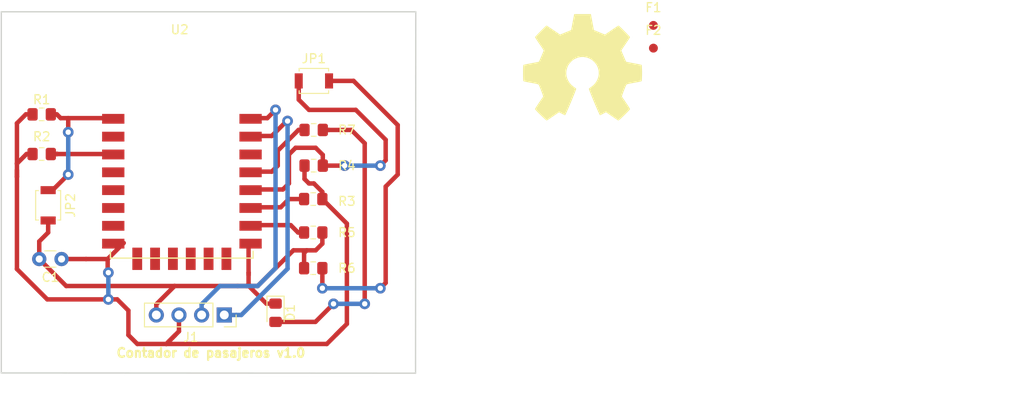
<source format=kicad_pcb>
(kicad_pcb (version 20171130) (host pcbnew "(5.0.0)")

  (general
    (thickness 1.6)
    (drawings 8)
    (tracks 143)
    (zones 0)
    (modules 20)
    (nets 25)
  )

  (page A4)
  (title_block
    (title "Contador de pasajeros")
    (date 2018-10-19)
    (rev 1.0)
    (company GICSAFe)
    (comment 1 "Autor: Martin Menendez")
  )

  (layers
    (0 F.Cu signal)
    (31 B.Cu signal)
    (32 B.Adhes user)
    (33 F.Adhes user)
    (34 B.Paste user)
    (35 F.Paste user)
    (36 B.SilkS user)
    (37 F.SilkS user)
    (38 B.Mask user)
    (39 F.Mask user)
    (40 Dwgs.User user)
    (41 Cmts.User user)
    (42 Eco1.User user)
    (43 Eco2.User user)
    (44 Edge.Cuts user)
    (45 Margin user)
    (46 B.CrtYd user)
    (47 F.CrtYd user)
    (48 B.Fab user)
    (49 F.Fab user)
  )

  (setup
    (last_trace_width 0.5)
    (trace_clearance 0.5)
    (zone_clearance 0.508)
    (zone_45_only no)
    (trace_min 0.2)
    (segment_width 0.2)
    (edge_width 0.15)
    (via_size 1.2)
    (via_drill 0.6)
    (via_min_size 0.4)
    (via_min_drill 0.3)
    (uvia_size 0.3)
    (uvia_drill 0.1)
    (uvias_allowed no)
    (uvia_min_size 0.2)
    (uvia_min_drill 0.1)
    (pcb_text_width 0.3)
    (pcb_text_size 1.5 1.5)
    (mod_edge_width 0.15)
    (mod_text_size 1 1)
    (mod_text_width 0.15)
    (pad_size 2.5 1.1)
    (pad_drill 0)
    (pad_to_mask_clearance 0.2)
    (aux_axis_origin 0 0)
    (visible_elements 7FFFFFFF)
    (pcbplotparams
      (layerselection 0x010fc_ffffffff)
      (usegerberextensions false)
      (usegerberattributes false)
      (usegerberadvancedattributes false)
      (creategerberjobfile false)
      (excludeedgelayer true)
      (linewidth 0.100000)
      (plotframeref false)
      (viasonmask false)
      (mode 1)
      (useauxorigin false)
      (hpglpennumber 1)
      (hpglpenspeed 20)
      (hpglpendiameter 15.000000)
      (psnegative false)
      (psa4output false)
      (plotreference true)
      (plotvalue true)
      (plotinvisibletext false)
      (padsonsilk false)
      (subtractmaskfromsilk false)
      (outputformat 1)
      (mirror false)
      (drillshape 1)
      (scaleselection 1)
      (outputdirectory ""))
  )

  (net 0 "")
  (net 1 GND)
  (net 2 +3V3)
  (net 3 "Net-(U2-Pad2)")
  (net 4 "Net-(U2-Pad4)")
  (net 5 "Net-(U2-Pad5)")
  (net 6 "Net-(U2-Pad6)")
  (net 7 "Net-(U2-Pad7)")
  (net 8 "Net-(U2-Pad14)")
  (net 9 "Net-(U2-Pad17)")
  (net 10 "Net-(U2-Pad18)")
  (net 11 "Net-(U2-Pad19)")
  (net 12 "Net-(U2-Pad20)")
  (net 13 "Net-(U2-Pad21)")
  (net 14 "Net-(U2-Pad22)")
  (net 15 "Net-(D1-Pad2)")
  (net 16 /Tx)
  (net 17 /Rx)
  (net 18 /Program)
  (net 19 "Net-(JP1-Pad2)")
  (net 20 /Reset)
  (net 21 "Net-(R2-Pad1)")
  (net 22 "Net-(R3-Pad1)")
  (net 23 "Net-(R5-Pad1)")
  (net 24 "Net-(R7-Pad1)")

  (net_class Default "This is the default net class."
    (clearance 0.5)
    (trace_width 0.5)
    (via_dia 1.2)
    (via_drill 0.6)
    (uvia_dia 0.3)
    (uvia_drill 0.1)
    (diff_pair_gap 0.25)
    (diff_pair_width 0.25)
    (add_net +3V3)
    (add_net /Program)
    (add_net /Reset)
    (add_net /Rx)
    (add_net /Tx)
    (add_net GND)
    (add_net "Net-(D1-Pad2)")
    (add_net "Net-(JP1-Pad2)")
    (add_net "Net-(R2-Pad1)")
    (add_net "Net-(R3-Pad1)")
    (add_net "Net-(R5-Pad1)")
    (add_net "Net-(R7-Pad1)")
    (add_net "Net-(U2-Pad14)")
    (add_net "Net-(U2-Pad17)")
    (add_net "Net-(U2-Pad18)")
    (add_net "Net-(U2-Pad19)")
    (add_net "Net-(U2-Pad2)")
    (add_net "Net-(U2-Pad20)")
    (add_net "Net-(U2-Pad21)")
    (add_net "Net-(U2-Pad22)")
    (add_net "Net-(U2-Pad4)")
    (add_net "Net-(U2-Pad5)")
    (add_net "Net-(U2-Pad6)")
    (add_net "Net-(U2-Pad7)")
  )

  (module Button_Switch_SMD:SW_SPST_B3U-1000P (layer F.Cu) (tedit 5A02FC95) (tstamp 5BF250D9)
    (at 131.05 78.5)
    (descr "Ultra-small-sized Tactile Switch with High Contact Reliability, Top-actuated Model, without Ground Terminal, without Boss")
    (tags "Tactile Switch")
    (path /5BA7E4D0)
    (attr smd)
    (fp_text reference JP1 (at 0 -2.5) (layer F.SilkS)
      (effects (font (size 1 1) (thickness 0.15)))
    )
    (fp_text value Jumper (at -0.05 -0.25) (layer F.Fab)
      (effects (font (size 1 1) (thickness 0.15)))
    )
    (fp_circle (center 0 0) (end 0.75 0) (layer F.Fab) (width 0.1))
    (fp_line (start -1.5 1.25) (end -1.5 -1.25) (layer F.Fab) (width 0.1))
    (fp_line (start 1.5 1.25) (end -1.5 1.25) (layer F.Fab) (width 0.1))
    (fp_line (start 1.5 -1.25) (end 1.5 1.25) (layer F.Fab) (width 0.1))
    (fp_line (start -1.5 -1.25) (end 1.5 -1.25) (layer F.Fab) (width 0.1))
    (fp_line (start 1.65 -1.4) (end 1.65 -1.1) (layer F.SilkS) (width 0.12))
    (fp_line (start -1.65 -1.4) (end 1.65 -1.4) (layer F.SilkS) (width 0.12))
    (fp_line (start -1.65 -1.1) (end -1.65 -1.4) (layer F.SilkS) (width 0.12))
    (fp_line (start 1.65 1.4) (end 1.65 1.1) (layer F.SilkS) (width 0.12))
    (fp_line (start -1.65 1.4) (end 1.65 1.4) (layer F.SilkS) (width 0.12))
    (fp_line (start -1.65 1.1) (end -1.65 1.4) (layer F.SilkS) (width 0.12))
    (fp_line (start -2.4 -1.65) (end -2.4 1.65) (layer F.CrtYd) (width 0.05))
    (fp_line (start 2.4 -1.65) (end -2.4 -1.65) (layer F.CrtYd) (width 0.05))
    (fp_line (start 2.4 1.65) (end 2.4 -1.65) (layer F.CrtYd) (width 0.05))
    (fp_line (start -2.4 1.65) (end 2.4 1.65) (layer F.CrtYd) (width 0.05))
    (fp_text user %R (at 0 -2.5) (layer F.Fab)
      (effects (font (size 1 1) (thickness 0.15)))
    )
    (pad 2 smd rect (at 1.7 0) (size 0.9 1.7) (layers F.Cu F.Paste F.Mask)
      (net 19 "Net-(JP1-Pad2)"))
    (pad 1 smd rect (at -1.7 0) (size 0.9 1.7) (layers F.Cu F.Paste F.Mask)
      (net 18 /Program))
    (model ${KISYS3DMOD}/Button_Switch_SMD.3dshapes/SW_SPST_B3U-1000P.wrl
      (at (xyz 0 0 0))
      (scale (xyz 1 1 1))
      (rotate (xyz 0 0 0))
    )
  )

  (module Button_Switch_SMD:SW_SPST_B3U-1000P (layer F.Cu) (tedit 5A02FC95) (tstamp 5BF250C4)
    (at 101.25 92.45 270)
    (descr "Ultra-small-sized Tactile Switch with High Contact Reliability, Top-actuated Model, without Ground Terminal, without Boss")
    (tags "Tactile Switch")
    (path /5BA7E812)
    (attr smd)
    (fp_text reference JP2 (at 0 -2.5 270) (layer F.SilkS)
      (effects (font (size 1 1) (thickness 0.15)))
    )
    (fp_text value Jumper (at 0 2.5 270) (layer F.Fab)
      (effects (font (size 1 1) (thickness 0.15)))
    )
    (fp_text user %R (at 0 -2.5 270) (layer F.Fab)
      (effects (font (size 1 1) (thickness 0.15)))
    )
    (fp_line (start -2.4 1.65) (end 2.4 1.65) (layer F.CrtYd) (width 0.05))
    (fp_line (start 2.4 1.65) (end 2.4 -1.65) (layer F.CrtYd) (width 0.05))
    (fp_line (start 2.4 -1.65) (end -2.4 -1.65) (layer F.CrtYd) (width 0.05))
    (fp_line (start -2.4 -1.65) (end -2.4 1.65) (layer F.CrtYd) (width 0.05))
    (fp_line (start -1.65 1.1) (end -1.65 1.4) (layer F.SilkS) (width 0.12))
    (fp_line (start -1.65 1.4) (end 1.65 1.4) (layer F.SilkS) (width 0.12))
    (fp_line (start 1.65 1.4) (end 1.65 1.1) (layer F.SilkS) (width 0.12))
    (fp_line (start -1.65 -1.1) (end -1.65 -1.4) (layer F.SilkS) (width 0.12))
    (fp_line (start -1.65 -1.4) (end 1.65 -1.4) (layer F.SilkS) (width 0.12))
    (fp_line (start 1.65 -1.4) (end 1.65 -1.1) (layer F.SilkS) (width 0.12))
    (fp_line (start -1.5 -1.25) (end 1.5 -1.25) (layer F.Fab) (width 0.1))
    (fp_line (start 1.5 -1.25) (end 1.5 1.25) (layer F.Fab) (width 0.1))
    (fp_line (start 1.5 1.25) (end -1.5 1.25) (layer F.Fab) (width 0.1))
    (fp_line (start -1.5 1.25) (end -1.5 -1.25) (layer F.Fab) (width 0.1))
    (fp_circle (center 0 0) (end 0.75 0) (layer F.Fab) (width 0.1))
    (pad 1 smd rect (at -1.7 0 270) (size 0.9 1.7) (layers F.Cu F.Paste F.Mask)
      (net 20 /Reset))
    (pad 2 smd rect (at 1.7 0 270) (size 0.9 1.7) (layers F.Cu F.Paste F.Mask)
      (net 1 GND))
    (model ${KISYS3DMOD}/Button_Switch_SMD.3dshapes/SW_SPST_B3U-1000P.wrl
      (at (xyz 0 0 0))
      (scale (xyz 1 1 1))
      (rotate (xyz 0 0 0))
    )
  )

  (module Capacitor_THT:C_Disc_D3.0mm_W1.6mm_P2.50mm (layer F.Cu) (tedit 5AE50EF0) (tstamp 5BF250B4)
    (at 102.75 98.475 180)
    (descr "C, Disc series, Radial, pin pitch=2.50mm, , diameter*width=3.0*1.6mm^2, Capacitor, http://www.vishay.com/docs/45233/krseries.pdf")
    (tags "C Disc series Radial pin pitch 2.50mm  diameter 3.0mm width 1.6mm Capacitor")
    (path /5BA98C4F)
    (fp_text reference C1 (at 1.25 -2.05 180) (layer F.SilkS)
      (effects (font (size 1 1) (thickness 0.15)))
    )
    (fp_text value 100n (at 1.25 2.05 180) (layer F.Fab)
      (effects (font (size 1 1) (thickness 0.15)))
    )
    (fp_line (start -0.25 -0.8) (end -0.25 0.8) (layer F.Fab) (width 0.1))
    (fp_line (start -0.25 0.8) (end 2.75 0.8) (layer F.Fab) (width 0.1))
    (fp_line (start 2.75 0.8) (end 2.75 -0.8) (layer F.Fab) (width 0.1))
    (fp_line (start 2.75 -0.8) (end -0.25 -0.8) (layer F.Fab) (width 0.1))
    (fp_line (start 0.621 -0.92) (end 1.879 -0.92) (layer F.SilkS) (width 0.12))
    (fp_line (start 0.621 0.92) (end 1.879 0.92) (layer F.SilkS) (width 0.12))
    (fp_line (start -1.05 -1.05) (end -1.05 1.05) (layer F.CrtYd) (width 0.05))
    (fp_line (start -1.05 1.05) (end 3.55 1.05) (layer F.CrtYd) (width 0.05))
    (fp_line (start 3.55 1.05) (end 3.55 -1.05) (layer F.CrtYd) (width 0.05))
    (fp_line (start 3.55 -1.05) (end -1.05 -1.05) (layer F.CrtYd) (width 0.05))
    (fp_text user %R (at 1.25 0 180) (layer F.Fab)
      (effects (font (size 0.6 0.6) (thickness 0.09)))
    )
    (pad 1 thru_hole circle (at 0 0 180) (size 1.6 1.6) (drill 0.8) (layers *.Cu *.Mask)
      (net 2 +3V3))
    (pad 2 thru_hole circle (at 2.5 0 180) (size 1.6 1.6) (drill 0.8) (layers *.Cu *.Mask)
      (net 1 GND))
    (model ${KISYS3DMOD}/Capacitor_THT.3dshapes/C_Disc_D3.0mm_W1.6mm_P2.50mm.wrl
      (at (xyz 0 0 0))
      (scale (xyz 1 1 1))
      (rotate (xyz 0 0 0))
    )
  )

  (module LED_SMD:LED_0805_2012Metric_Pad1.15x1.40mm_HandSolder (layer F.Cu) (tedit 5B4B45C9) (tstamp 5BF2501A)
    (at 126.75 104.5 270)
    (descr "LED SMD 0805 (2012 Metric), square (rectangular) end terminal, IPC_7351 nominal, (Body size source: https://docs.google.com/spreadsheets/d/1BsfQQcO9C6DZCsRaXUlFlo91Tg2WpOkGARC1WS5S8t0/edit?usp=sharing), generated with kicad-footprint-generator")
    (tags "LED handsolder")
    (path /5BAF2C11)
    (attr smd)
    (fp_text reference D1 (at 0 -1.65 270) (layer F.SilkS)
      (effects (font (size 1 1) (thickness 0.15)))
    )
    (fp_text value LED (at 0 1.65 270) (layer F.Fab)
      (effects (font (size 1 1) (thickness 0.15)))
    )
    (fp_line (start 1 -0.6) (end -0.7 -0.6) (layer F.Fab) (width 0.1))
    (fp_line (start -0.7 -0.6) (end -1 -0.3) (layer F.Fab) (width 0.1))
    (fp_line (start -1 -0.3) (end -1 0.6) (layer F.Fab) (width 0.1))
    (fp_line (start -1 0.6) (end 1 0.6) (layer F.Fab) (width 0.1))
    (fp_line (start 1 0.6) (end 1 -0.6) (layer F.Fab) (width 0.1))
    (fp_line (start 1 -0.96) (end -1.86 -0.96) (layer F.SilkS) (width 0.12))
    (fp_line (start -1.86 -0.96) (end -1.86 0.96) (layer F.SilkS) (width 0.12))
    (fp_line (start -1.86 0.96) (end 1 0.96) (layer F.SilkS) (width 0.12))
    (fp_line (start -1.85 0.95) (end -1.85 -0.95) (layer F.CrtYd) (width 0.05))
    (fp_line (start -1.85 -0.95) (end 1.85 -0.95) (layer F.CrtYd) (width 0.05))
    (fp_line (start 1.85 -0.95) (end 1.85 0.95) (layer F.CrtYd) (width 0.05))
    (fp_line (start 1.85 0.95) (end -1.85 0.95) (layer F.CrtYd) (width 0.05))
    (fp_text user %R (at 0 0 270) (layer F.Fab)
      (effects (font (size 0.5 0.5) (thickness 0.08)))
    )
    (pad 1 smd roundrect (at -1.025 0 270) (size 1.15 1.4) (layers F.Cu F.Paste F.Mask) (roundrect_rratio 0.217391)
      (net 1 GND))
    (pad 2 smd roundrect (at 1.025 0 270) (size 1.15 1.4) (layers F.Cu F.Paste F.Mask) (roundrect_rratio 0.217391)
      (net 15 "Net-(D1-Pad2)"))
    (model ${KISYS3DMOD}/LED_SMD.3dshapes/LED_0805_2012Metric.wrl
      (at (xyz 0 0 0))
      (scale (xyz 1 1 1))
      (rotate (xyz 0 0 0))
    )
  )

  (module MountingHole:MountingHole_2.5mm (layer F.Cu) (tedit 5BE62C71) (tstamp 5BF25013)
    (at 138.75 75.75)
    (descr "Mounting Hole 2.5mm, no annular")
    (tags "mounting hole 2.5mm no annular")
    (path /5BC38954)
    (attr virtual)
    (fp_text reference MH2 (at 0 -3.5) (layer F.SilkS) hide
      (effects (font (size 1 1) (thickness 0.15)))
    )
    (fp_text value MH2 (at 0 3.5) (layer F.Fab)
      (effects (font (size 1 1) (thickness 0.15)))
    )
    (fp_circle (center 0 0) (end 2.75 0) (layer F.CrtYd) (width 0.05))
    (fp_circle (center 0 0) (end 2.5 0) (layer Cmts.User) (width 0.15))
    (fp_text user %R (at 0.3 0) (layer F.Fab)
      (effects (font (size 1 1) (thickness 0.15)))
    )
    (pad 1 np_thru_hole circle (at 0 0) (size 2.5 2.5) (drill 2.5) (layers *.Cu *.Mask))
  )

  (module MountingHole:MountingHole_2.5mm (layer F.Cu) (tedit 5BE62C67) (tstamp 5BF2500C)
    (at 100.25 107)
    (descr "Mounting Hole 2.5mm, no annular")
    (tags "mounting hole 2.5mm no annular")
    (path /5BC3890A)
    (attr virtual)
    (fp_text reference MH3 (at 0 -3.5) (layer F.SilkS) hide
      (effects (font (size 1 1) (thickness 0.15)))
    )
    (fp_text value MH3 (at 0 3.5) (layer F.Fab)
      (effects (font (size 1 1) (thickness 0.15)))
    )
    (fp_text user %R (at 0.3 0) (layer F.Fab)
      (effects (font (size 1 1) (thickness 0.15)))
    )
    (fp_circle (center 0 0) (end 2.5 0) (layer Cmts.User) (width 0.15))
    (fp_circle (center 0 0) (end 2.75 0) (layer F.CrtYd) (width 0.05))
    (pad 1 np_thru_hole circle (at 0 0) (size 2.5 2.5) (drill 2.5) (layers *.Cu *.Mask))
  )

  (module MountingHole:MountingHole_2.5mm (layer F.Cu) (tedit 5BE62C75) (tstamp 5BF25005)
    (at 100.25 75.5)
    (descr "Mounting Hole 2.5mm, no annular")
    (tags "mounting hole 2.5mm no annular")
    (path /5BC38860)
    (attr virtual)
    (fp_text reference MH1 (at 0 -3.5) (layer F.SilkS) hide
      (effects (font (size 1 1) (thickness 0.15)))
    )
    (fp_text value MH1 (at 0 3.5) (layer F.Fab)
      (effects (font (size 1 1) (thickness 0.15)))
    )
    (fp_circle (center 0 0) (end 2.75 0) (layer F.CrtYd) (width 0.05))
    (fp_circle (center 0 0) (end 2.5 0) (layer Cmts.User) (width 0.15))
    (fp_text user %R (at 0.3 0) (layer F.Fab)
      (effects (font (size 1 1) (thickness 0.15)))
    )
    (pad 1 np_thru_hole circle (at 0 0) (size 2.5 2.5) (drill 2.5) (layers *.Cu *.Mask))
  )

  (module MountingHole:MountingHole_2.5mm (layer F.Cu) (tedit 5BE62C6C) (tstamp 5BF24FFE)
    (at 138.75 107)
    (descr "Mounting Hole 2.5mm, no annular")
    (tags "mounting hole 2.5mm no annular")
    (path /5BC38994)
    (attr virtual)
    (fp_text reference MH4 (at 0 -3.5) (layer F.SilkS) hide
      (effects (font (size 1 1) (thickness 0.15)))
    )
    (fp_text value MH4 (at 0 3.5) (layer F.Fab)
      (effects (font (size 1 1) (thickness 0.15)))
    )
    (fp_text user %R (at 0.3 0) (layer F.Fab)
      (effects (font (size 1 1) (thickness 0.15)))
    )
    (fp_circle (center 0 0) (end 2.5 0) (layer Cmts.User) (width 0.15))
    (fp_circle (center 0 0) (end 2.75 0) (layer F.CrtYd) (width 0.05))
    (pad 1 np_thru_hole circle (at 0 0) (size 2.5 2.5) (drill 2.5) (layers *.Cu *.Mask))
  )

  (module Resistor_SMD:R_0805_2012Metric_Pad1.15x1.40mm_HandSolder (layer F.Cu) (tedit 5B36C52B) (tstamp 5BF24FEE)
    (at 130.975 99.5 180)
    (descr "Resistor SMD 0805 (2012 Metric), square (rectangular) end terminal, IPC_7351 nominal with elongated pad for handsoldering. (Body size source: https://docs.google.com/spreadsheets/d/1BsfQQcO9C6DZCsRaXUlFlo91Tg2WpOkGARC1WS5S8t0/edit?usp=sharing), generated with kicad-footprint-generator")
    (tags "resistor handsolder")
    (path /5BA7E89C)
    (attr smd)
    (fp_text reference R6 (at -3.775 0 180) (layer F.SilkS)
      (effects (font (size 1 1) (thickness 0.15)))
    )
    (fp_text value 470 (at 0 0 180) (layer F.Fab)
      (effects (font (size 1 1) (thickness 0.15)))
    )
    (fp_line (start -1 0.6) (end -1 -0.6) (layer F.Fab) (width 0.1))
    (fp_line (start -1 -0.6) (end 1 -0.6) (layer F.Fab) (width 0.1))
    (fp_line (start 1 -0.6) (end 1 0.6) (layer F.Fab) (width 0.1))
    (fp_line (start 1 0.6) (end -1 0.6) (layer F.Fab) (width 0.1))
    (fp_line (start -0.261252 -0.71) (end 0.261252 -0.71) (layer F.SilkS) (width 0.12))
    (fp_line (start -0.261252 0.71) (end 0.261252 0.71) (layer F.SilkS) (width 0.12))
    (fp_line (start -1.85 0.95) (end -1.85 -0.95) (layer F.CrtYd) (width 0.05))
    (fp_line (start -1.85 -0.95) (end 1.85 -0.95) (layer F.CrtYd) (width 0.05))
    (fp_line (start 1.85 -0.95) (end 1.85 0.95) (layer F.CrtYd) (width 0.05))
    (fp_line (start 1.85 0.95) (end -1.85 0.95) (layer F.CrtYd) (width 0.05))
    (fp_text user %R (at 0 0 180) (layer F.Fab)
      (effects (font (size 0.5 0.5) (thickness 0.08)))
    )
    (pad 1 smd roundrect (at -1.025 0 180) (size 1.15 1.4) (layers F.Cu F.Paste F.Mask) (roundrect_rratio 0.217391)
      (net 19 "Net-(JP1-Pad2)"))
    (pad 2 smd roundrect (at 1.025 0 180) (size 1.15 1.4) (layers F.Cu F.Paste F.Mask) (roundrect_rratio 0.217391)
      (net 1 GND))
    (model ${KISYS3DMOD}/Resistor_SMD.3dshapes/R_0805_2012Metric.wrl
      (at (xyz 0 0 0))
      (scale (xyz 1 1 1))
      (rotate (xyz 0 0 0))
    )
  )

  (module Resistor_SMD:R_0805_2012Metric_Pad1.15x1.40mm_HandSolder (layer F.Cu) (tedit 5B36C52B) (tstamp 5BF24FBE)
    (at 130.975 91.75)
    (descr "Resistor SMD 0805 (2012 Metric), square (rectangular) end terminal, IPC_7351 nominal with elongated pad for handsoldering. (Body size source: https://docs.google.com/spreadsheets/d/1BsfQQcO9C6DZCsRaXUlFlo91Tg2WpOkGARC1WS5S8t0/edit?usp=sharing), generated with kicad-footprint-generator")
    (tags "resistor handsolder")
    (path /5BA89836)
    (attr smd)
    (fp_text reference R3 (at 3.775 0.25) (layer F.SilkS)
      (effects (font (size 1 1) (thickness 0.15)))
    )
    (fp_text value 10k (at 0 0) (layer F.Fab)
      (effects (font (size 1 1) (thickness 0.15)))
    )
    (fp_text user %R (at 0 0) (layer F.Fab)
      (effects (font (size 0.5 0.5) (thickness 0.08)))
    )
    (fp_line (start 1.85 0.95) (end -1.85 0.95) (layer F.CrtYd) (width 0.05))
    (fp_line (start 1.85 -0.95) (end 1.85 0.95) (layer F.CrtYd) (width 0.05))
    (fp_line (start -1.85 -0.95) (end 1.85 -0.95) (layer F.CrtYd) (width 0.05))
    (fp_line (start -1.85 0.95) (end -1.85 -0.95) (layer F.CrtYd) (width 0.05))
    (fp_line (start -0.261252 0.71) (end 0.261252 0.71) (layer F.SilkS) (width 0.12))
    (fp_line (start -0.261252 -0.71) (end 0.261252 -0.71) (layer F.SilkS) (width 0.12))
    (fp_line (start 1 0.6) (end -1 0.6) (layer F.Fab) (width 0.1))
    (fp_line (start 1 -0.6) (end 1 0.6) (layer F.Fab) (width 0.1))
    (fp_line (start -1 -0.6) (end 1 -0.6) (layer F.Fab) (width 0.1))
    (fp_line (start -1 0.6) (end -1 -0.6) (layer F.Fab) (width 0.1))
    (pad 2 smd roundrect (at 1.025 0) (size 1.15 1.4) (layers F.Cu F.Paste F.Mask) (roundrect_rratio 0.217391)
      (net 2 +3V3))
    (pad 1 smd roundrect (at -1.025 0) (size 1.15 1.4) (layers F.Cu F.Paste F.Mask) (roundrect_rratio 0.217391)
      (net 22 "Net-(R3-Pad1)"))
    (model ${KISYS3DMOD}/Resistor_SMD.3dshapes/R_0805_2012Metric.wrl
      (at (xyz 0 0 0))
      (scale (xyz 1 1 1))
      (rotate (xyz 0 0 0))
    )
  )

  (module Resistor_SMD:R_0805_2012Metric_Pad1.15x1.40mm_HandSolder (layer F.Cu) (tedit 5B36C52B) (tstamp 5BF24FAE)
    (at 100.525 86.7 180)
    (descr "Resistor SMD 0805 (2012 Metric), square (rectangular) end terminal, IPC_7351 nominal with elongated pad for handsoldering. (Body size source: https://docs.google.com/spreadsheets/d/1BsfQQcO9C6DZCsRaXUlFlo91Tg2WpOkGARC1WS5S8t0/edit?usp=sharing), generated with kicad-footprint-generator")
    (tags "resistor handsolder")
    (path /5BA889B6)
    (attr smd)
    (fp_text reference R2 (at 0 1.95 180) (layer F.SilkS)
      (effects (font (size 1 1) (thickness 0.15)))
    )
    (fp_text value 10k (at 0 -0.05 180) (layer F.Fab)
      (effects (font (size 1 1) (thickness 0.15)))
    )
    (fp_line (start -1 0.6) (end -1 -0.6) (layer F.Fab) (width 0.1))
    (fp_line (start -1 -0.6) (end 1 -0.6) (layer F.Fab) (width 0.1))
    (fp_line (start 1 -0.6) (end 1 0.6) (layer F.Fab) (width 0.1))
    (fp_line (start 1 0.6) (end -1 0.6) (layer F.Fab) (width 0.1))
    (fp_line (start -0.261252 -0.71) (end 0.261252 -0.71) (layer F.SilkS) (width 0.12))
    (fp_line (start -0.261252 0.71) (end 0.261252 0.71) (layer F.SilkS) (width 0.12))
    (fp_line (start -1.85 0.95) (end -1.85 -0.95) (layer F.CrtYd) (width 0.05))
    (fp_line (start -1.85 -0.95) (end 1.85 -0.95) (layer F.CrtYd) (width 0.05))
    (fp_line (start 1.85 -0.95) (end 1.85 0.95) (layer F.CrtYd) (width 0.05))
    (fp_line (start 1.85 0.95) (end -1.85 0.95) (layer F.CrtYd) (width 0.05))
    (fp_text user %R (at 0 0 180) (layer F.Fab)
      (effects (font (size 0.5 0.5) (thickness 0.08)))
    )
    (pad 1 smd roundrect (at -1.025 0 180) (size 1.15 1.4) (layers F.Cu F.Paste F.Mask) (roundrect_rratio 0.217391)
      (net 21 "Net-(R2-Pad1)"))
    (pad 2 smd roundrect (at 1.025 0 180) (size 1.15 1.4) (layers F.Cu F.Paste F.Mask) (roundrect_rratio 0.217391)
      (net 2 +3V3))
    (model ${KISYS3DMOD}/Resistor_SMD.3dshapes/R_0805_2012Metric.wrl
      (at (xyz 0 0 0))
      (scale (xyz 1 1 1))
      (rotate (xyz 0 0 0))
    )
  )

  (module Resistor_SMD:R_0805_2012Metric_Pad1.15x1.40mm_HandSolder (layer F.Cu) (tedit 5B36C52B) (tstamp 5BF24F9E)
    (at 100.525 82.25)
    (descr "Resistor SMD 0805 (2012 Metric), square (rectangular) end terminal, IPC_7351 nominal with elongated pad for handsoldering. (Body size source: https://docs.google.com/spreadsheets/d/1BsfQQcO9C6DZCsRaXUlFlo91Tg2WpOkGARC1WS5S8t0/edit?usp=sharing), generated with kicad-footprint-generator")
    (tags "resistor handsolder")
    (path /5BA88958)
    (attr smd)
    (fp_text reference R1 (at 0 -1.65) (layer F.SilkS)
      (effects (font (size 1 1) (thickness 0.15)))
    )
    (fp_text value 10k (at 0.025 -0.1) (layer F.Fab)
      (effects (font (size 1 1) (thickness 0.15)))
    )
    (fp_text user %R (at 0 0) (layer F.Fab)
      (effects (font (size 0.5 0.5) (thickness 0.08)))
    )
    (fp_line (start 1.85 0.95) (end -1.85 0.95) (layer F.CrtYd) (width 0.05))
    (fp_line (start 1.85 -0.95) (end 1.85 0.95) (layer F.CrtYd) (width 0.05))
    (fp_line (start -1.85 -0.95) (end 1.85 -0.95) (layer F.CrtYd) (width 0.05))
    (fp_line (start -1.85 0.95) (end -1.85 -0.95) (layer F.CrtYd) (width 0.05))
    (fp_line (start -0.261252 0.71) (end 0.261252 0.71) (layer F.SilkS) (width 0.12))
    (fp_line (start -0.261252 -0.71) (end 0.261252 -0.71) (layer F.SilkS) (width 0.12))
    (fp_line (start 1 0.6) (end -1 0.6) (layer F.Fab) (width 0.1))
    (fp_line (start 1 -0.6) (end 1 0.6) (layer F.Fab) (width 0.1))
    (fp_line (start -1 -0.6) (end 1 -0.6) (layer F.Fab) (width 0.1))
    (fp_line (start -1 0.6) (end -1 -0.6) (layer F.Fab) (width 0.1))
    (pad 2 smd roundrect (at 1.025 0) (size 1.15 1.4) (layers F.Cu F.Paste F.Mask) (roundrect_rratio 0.217391)
      (net 20 /Reset))
    (pad 1 smd roundrect (at -1.025 0) (size 1.15 1.4) (layers F.Cu F.Paste F.Mask) (roundrect_rratio 0.217391)
      (net 2 +3V3))
    (model ${KISYS3DMOD}/Resistor_SMD.3dshapes/R_0805_2012Metric.wrl
      (at (xyz 0 0 0))
      (scale (xyz 1 1 1))
      (rotate (xyz 0 0 0))
    )
  )

  (module Resistor_SMD:R_0805_2012Metric_Pad1.15x1.40mm_HandSolder (layer F.Cu) (tedit 5B36C52B) (tstamp 5BF24F6E)
    (at 130.975 95.5)
    (descr "Resistor SMD 0805 (2012 Metric), square (rectangular) end terminal, IPC_7351 nominal with elongated pad for handsoldering. (Body size source: https://docs.google.com/spreadsheets/d/1BsfQQcO9C6DZCsRaXUlFlo91Tg2WpOkGARC1WS5S8t0/edit?usp=sharing), generated with kicad-footprint-generator")
    (tags "resistor handsolder")
    (path /5BA89894)
    (attr smd)
    (fp_text reference R5 (at 3.775 0) (layer F.SilkS)
      (effects (font (size 1 1) (thickness 0.15)))
    )
    (fp_text value 10k (at 0.025 0) (layer F.Fab)
      (effects (font (size 1 1) (thickness 0.15)))
    )
    (fp_line (start -1 0.6) (end -1 -0.6) (layer F.Fab) (width 0.1))
    (fp_line (start -1 -0.6) (end 1 -0.6) (layer F.Fab) (width 0.1))
    (fp_line (start 1 -0.6) (end 1 0.6) (layer F.Fab) (width 0.1))
    (fp_line (start 1 0.6) (end -1 0.6) (layer F.Fab) (width 0.1))
    (fp_line (start -0.261252 -0.71) (end 0.261252 -0.71) (layer F.SilkS) (width 0.12))
    (fp_line (start -0.261252 0.71) (end 0.261252 0.71) (layer F.SilkS) (width 0.12))
    (fp_line (start -1.85 0.95) (end -1.85 -0.95) (layer F.CrtYd) (width 0.05))
    (fp_line (start -1.85 -0.95) (end 1.85 -0.95) (layer F.CrtYd) (width 0.05))
    (fp_line (start 1.85 -0.95) (end 1.85 0.95) (layer F.CrtYd) (width 0.05))
    (fp_line (start 1.85 0.95) (end -1.85 0.95) (layer F.CrtYd) (width 0.05))
    (fp_text user %R (at 0 0) (layer F.Fab)
      (effects (font (size 0.5 0.5) (thickness 0.08)))
    )
    (pad 1 smd roundrect (at -1.025 0) (size 1.15 1.4) (layers F.Cu F.Paste F.Mask) (roundrect_rratio 0.217391)
      (net 23 "Net-(R5-Pad1)"))
    (pad 2 smd roundrect (at 1.025 0) (size 1.15 1.4) (layers F.Cu F.Paste F.Mask) (roundrect_rratio 0.217391)
      (net 1 GND))
    (model ${KISYS3DMOD}/Resistor_SMD.3dshapes/R_0805_2012Metric.wrl
      (at (xyz 0 0 0))
      (scale (xyz 1 1 1))
      (rotate (xyz 0 0 0))
    )
  )

  (module Connector_PinSocket_2.54mm:PinSocket_1x04_P2.54mm_Vertical (layer F.Cu) (tedit 5A19A429) (tstamp 5BCD6C35)
    (at 121 104.75 270)
    (descr "Through hole straight socket strip, 1x04, 2.54mm pitch, single row (from Kicad 4.0.7), script generated")
    (tags "Through hole socket strip THT 1x04 2.54mm single row")
    (path /5BB1C2B8)
    (fp_text reference J1 (at 2.5 3.75) (layer F.SilkS)
      (effects (font (size 1 1) (thickness 0.15)))
    )
    (fp_text value Conector_ESP (at -2.25 4) (layer F.Fab)
      (effects (font (size 1 1) (thickness 0.15)))
    )
    (fp_line (start -1.27 -1.27) (end 0.635 -1.27) (layer F.Fab) (width 0.1))
    (fp_line (start 0.635 -1.27) (end 1.27 -0.635) (layer F.Fab) (width 0.1))
    (fp_line (start 1.27 -0.635) (end 1.27 8.89) (layer F.Fab) (width 0.1))
    (fp_line (start 1.27 8.89) (end -1.27 8.89) (layer F.Fab) (width 0.1))
    (fp_line (start -1.27 8.89) (end -1.27 -1.27) (layer F.Fab) (width 0.1))
    (fp_line (start -1.33 1.27) (end 1.33 1.27) (layer F.SilkS) (width 0.12))
    (fp_line (start -1.33 1.27) (end -1.33 8.95) (layer F.SilkS) (width 0.12))
    (fp_line (start -1.33 8.95) (end 1.33 8.95) (layer F.SilkS) (width 0.12))
    (fp_line (start 1.33 1.27) (end 1.33 8.95) (layer F.SilkS) (width 0.12))
    (fp_line (start 1.33 -1.33) (end 1.33 0) (layer F.SilkS) (width 0.12))
    (fp_line (start 0 -1.33) (end 1.33 -1.33) (layer F.SilkS) (width 0.12))
    (fp_line (start -1.8 -1.8) (end 1.75 -1.8) (layer F.CrtYd) (width 0.05))
    (fp_line (start 1.75 -1.8) (end 1.75 9.4) (layer F.CrtYd) (width 0.05))
    (fp_line (start 1.75 9.4) (end -1.8 9.4) (layer F.CrtYd) (width 0.05))
    (fp_line (start -1.8 9.4) (end -1.8 -1.8) (layer F.CrtYd) (width 0.05))
    (fp_text user %R (at 0 3.81) (layer F.Fab)
      (effects (font (size 1 1) (thickness 0.15)))
    )
    (pad 1 thru_hole rect (at 0 0 270) (size 1.7 1.7) (drill 1) (layers *.Cu *.Mask)
      (net 16 /Tx))
    (pad 2 thru_hole oval (at 0 2.54 270) (size 1.7 1.7) (drill 1) (layers *.Cu *.Mask)
      (net 17 /Rx))
    (pad 3 thru_hole oval (at 0 5.08 270) (size 1.7 1.7) (drill 1) (layers *.Cu *.Mask)
      (net 2 +3V3))
    (pad 4 thru_hole oval (at 0 7.62 270) (size 1.7 1.7) (drill 1) (layers *.Cu *.Mask)
      (net 1 GND))
    (model ${KISYS3DMOD}/Connector_PinSocket_2.54mm.3dshapes/PinSocket_1x04_P2.54mm_Vertical.wrl
      (at (xyz 0 0 0))
      (scale (xyz 1 1 1))
      (rotate (xyz 0 0 0))
    )
  )

  (module Resistor_SMD:R_0805_2012Metric_Pad1.15x1.40mm_HandSolder (layer F.Cu) (tedit 5B36C52B) (tstamp 5BF24737)
    (at 131.025 84)
    (descr "Resistor SMD 0805 (2012 Metric), square (rectangular) end terminal, IPC_7351 nominal with elongated pad for handsoldering. (Body size source: https://docs.google.com/spreadsheets/d/1BsfQQcO9C6DZCsRaXUlFlo91Tg2WpOkGARC1WS5S8t0/edit?usp=sharing), generated with kicad-footprint-generator")
    (tags "resistor handsolder")
    (path /5BAF29E2)
    (attr smd)
    (fp_text reference R7 (at 3.725 0) (layer F.SilkS)
      (effects (font (size 1 1) (thickness 0.15)))
    )
    (fp_text value 470 (at -0.225 0) (layer F.Fab)
      (effects (font (size 1 1) (thickness 0.15)))
    )
    (fp_line (start -1 0.6) (end -1 -0.6) (layer F.Fab) (width 0.1))
    (fp_line (start -1 -0.6) (end 1 -0.6) (layer F.Fab) (width 0.1))
    (fp_line (start 1 -0.6) (end 1 0.6) (layer F.Fab) (width 0.1))
    (fp_line (start 1 0.6) (end -1 0.6) (layer F.Fab) (width 0.1))
    (fp_line (start -0.261252 -0.71) (end 0.261252 -0.71) (layer F.SilkS) (width 0.12))
    (fp_line (start -0.261252 0.71) (end 0.261252 0.71) (layer F.SilkS) (width 0.12))
    (fp_line (start -1.85 0.95) (end -1.85 -0.95) (layer F.CrtYd) (width 0.05))
    (fp_line (start -1.85 -0.95) (end 1.85 -0.95) (layer F.CrtYd) (width 0.05))
    (fp_line (start 1.85 -0.95) (end 1.85 0.95) (layer F.CrtYd) (width 0.05))
    (fp_line (start 1.85 0.95) (end -1.85 0.95) (layer F.CrtYd) (width 0.05))
    (fp_text user %R (at 0 0) (layer F.Fab)
      (effects (font (size 0.5 0.5) (thickness 0.08)))
    )
    (pad 1 smd roundrect (at -1.025 0) (size 1.15 1.4) (layers F.Cu F.Paste F.Mask) (roundrect_rratio 0.217391)
      (net 24 "Net-(R7-Pad1)"))
    (pad 2 smd roundrect (at 1.025 0) (size 1.15 1.4) (layers F.Cu F.Paste F.Mask) (roundrect_rratio 0.217391)
      (net 15 "Net-(D1-Pad2)"))
    (model ${KISYS3DMOD}/Resistor_SMD.3dshapes/R_0805_2012Metric.wrl
      (at (xyz 0 0 0))
      (scale (xyz 1 1 1))
      (rotate (xyz 0 0 0))
    )
  )

  (module Resistor_SMD:R_0805_2012Metric_Pad1.15x1.40mm_HandSolder (layer F.Cu) (tedit 5B36C52B) (tstamp 5BF24839)
    (at 131.025 88)
    (descr "Resistor SMD 0805 (2012 Metric), square (rectangular) end terminal, IPC_7351 nominal with elongated pad for handsoldering. (Body size source: https://docs.google.com/spreadsheets/d/1BsfQQcO9C6DZCsRaXUlFlo91Tg2WpOkGARC1WS5S8t0/edit?usp=sharing), generated with kicad-footprint-generator")
    (tags "resistor handsolder")
    (path /5BA8969A)
    (attr smd)
    (fp_text reference R4 (at 3.725 0) (layer F.SilkS)
      (effects (font (size 1 1) (thickness 0.15)))
    )
    (fp_text value 10k (at 0.05 0) (layer F.Fab)
      (effects (font (size 1 1) (thickness 0.15)))
    )
    (fp_line (start -1 0.6) (end -1 -0.6) (layer F.Fab) (width 0.1))
    (fp_line (start -1 -0.6) (end 1 -0.6) (layer F.Fab) (width 0.1))
    (fp_line (start 1 -0.6) (end 1 0.6) (layer F.Fab) (width 0.1))
    (fp_line (start 1 0.6) (end -1 0.6) (layer F.Fab) (width 0.1))
    (fp_line (start -0.261252 -0.71) (end 0.261252 -0.71) (layer F.SilkS) (width 0.12))
    (fp_line (start -0.261252 0.71) (end 0.261252 0.71) (layer F.SilkS) (width 0.12))
    (fp_line (start -1.85 0.95) (end -1.85 -0.95) (layer F.CrtYd) (width 0.05))
    (fp_line (start -1.85 -0.95) (end 1.85 -0.95) (layer F.CrtYd) (width 0.05))
    (fp_line (start 1.85 -0.95) (end 1.85 0.95) (layer F.CrtYd) (width 0.05))
    (fp_line (start 1.85 0.95) (end -1.85 0.95) (layer F.CrtYd) (width 0.05))
    (fp_text user %R (at 0 0) (layer F.Fab)
      (effects (font (size 0.5 0.5) (thickness 0.08)))
    )
    (pad 1 smd roundrect (at -1.025 0) (size 1.15 1.4) (layers F.Cu F.Paste F.Mask) (roundrect_rratio 0.217391)
      (net 2 +3V3))
    (pad 2 smd roundrect (at 1.025 0) (size 1.15 1.4) (layers F.Cu F.Paste F.Mask) (roundrect_rratio 0.217391)
      (net 18 /Program))
    (model ${KISYS3DMOD}/Resistor_SMD.3dshapes/R_0805_2012Metric.wrl
      (at (xyz 0 0 0))
      (scale (xyz 1 1 1))
      (rotate (xyz 0 0 0))
    )
  )

  (module ESP8266:ESP-12E_SMD (layer F.Cu) (tedit 5BE62788) (tstamp 5BF2667C)
    (at 109.25 82.75)
    (descr "Module, ESP-8266, ESP-12, 16 pad, SMD")
    (tags "Module ESP-8266 ESP8266")
    (path /5BA88742)
    (clearance 0.4)
    (fp_text reference U2 (at 6.75 -10 180) (layer F.SilkS)
      (effects (font (size 1 1) (thickness 0.15)))
    )
    (fp_text value ESP-12E (at 5.08 6.35 90) (layer F.Fab) hide
      (effects (font (size 1 1) (thickness 0.15)))
    )
    (fp_line (start -2.25 -0.5) (end -2.25 -8.75) (layer F.CrtYd) (width 0.05))
    (fp_line (start -2.25 -8.75) (end 15.25 -8.75) (layer F.CrtYd) (width 0.05))
    (fp_line (start 15.25 -8.75) (end 16.25 -8.75) (layer F.CrtYd) (width 0.05))
    (fp_line (start 16.25 -8.75) (end 16.25 16) (layer F.CrtYd) (width 0.05))
    (fp_line (start 16.25 16) (end -2.25 16) (layer F.CrtYd) (width 0.05))
    (fp_line (start -2.25 16) (end -2.25 -0.5) (layer F.CrtYd) (width 0.05))
    (fp_line (start -1.016 -8.382) (end 14.986 -8.382) (layer F.CrtYd) (width 0.1524))
    (fp_line (start 14.986 -8.382) (end 14.986 -0.889) (layer F.CrtYd) (width 0.1524))
    (fp_line (start -1.016 -8.382) (end -1.016 -1.016) (layer F.CrtYd) (width 0.1524))
    (fp_line (start -1.016 14.859) (end -1.016 15.621) (layer F.SilkS) (width 0.1524))
    (fp_line (start -1.016 15.621) (end 14.986 15.621) (layer F.SilkS) (width 0.1524))
    (fp_line (start 14.986 15.621) (end 14.986 14.859) (layer F.SilkS) (width 0.1524))
    (fp_line (start 14.992 -8.4) (end -1.008 -2.6) (layer F.CrtYd) (width 0.1524))
    (fp_line (start -1.008 -8.4) (end 14.992 -2.6) (layer F.CrtYd) (width 0.1524))
    (fp_text user "No Copper" (at 6.892 -5.4) (layer F.CrtYd)
      (effects (font (size 1 1) (thickness 0.15)))
    )
    (fp_line (start -1.008 -2.6) (end 14.992 -2.6) (layer F.CrtYd) (width 0.1524))
    (fp_line (start 15 -8.4) (end 15 15.6) (layer F.Fab) (width 0.05))
    (fp_line (start 14.992 15.6) (end -1.008 15.6) (layer F.Fab) (width 0.05))
    (fp_line (start -1.008 15.6) (end -1.008 -8.4) (layer F.Fab) (width 0.05))
    (fp_line (start -1.008 -8.4) (end 14.992 -8.4) (layer F.Fab) (width 0.05))
    (pad 1 smd rect (at 0 0) (size 2.5 1.1) (drill (offset -0.7 0)) (layers F.Cu F.Paste F.Mask)
      (net 20 /Reset))
    (pad 2 smd rect (at 0 2) (size 2.5 1.1) (drill (offset -0.7 0)) (layers F.Cu F.Paste F.Mask)
      (net 3 "Net-(U2-Pad2)"))
    (pad 3 smd rect (at 0 4) (size 2.5 1.1) (drill (offset -0.7 0)) (layers F.Cu F.Paste F.Mask)
      (net 21 "Net-(R2-Pad1)"))
    (pad 4 smd rect (at 0 6) (size 2.5 1.1) (drill (offset -0.7 0)) (layers F.Cu F.Paste F.Mask)
      (net 4 "Net-(U2-Pad4)"))
    (pad 5 smd rect (at 0 8) (size 2.5 1.1) (drill (offset -0.7 0)) (layers F.Cu F.Paste F.Mask)
      (net 5 "Net-(U2-Pad5)"))
    (pad 6 smd rect (at 0 10) (size 2.5 1.1) (drill (offset -0.7 0)) (layers F.Cu F.Paste F.Mask)
      (net 6 "Net-(U2-Pad6)"))
    (pad 7 smd rect (at 0 12) (size 2.5 1.1) (drill (offset -0.7 0)) (layers F.Cu F.Paste F.Mask)
      (net 7 "Net-(U2-Pad7)"))
    (pad 8 smd rect (at 0 14) (size 2.5 1.1) (drill (offset -0.7 0)) (layers F.Cu F.Paste F.Mask)
      (net 2 +3V3))
    (pad 9 smd rect (at 14 14) (size 2.5 1.1) (drill (offset 0.7 0)) (layers F.Cu F.Paste F.Mask)
      (net 1 GND))
    (pad 10 smd rect (at 14 12) (size 2.5 1.1) (drill (offset 0.7 0)) (layers F.Cu F.Paste F.Mask)
      (net 23 "Net-(R5-Pad1)"))
    (pad 11 smd rect (at 14 10) (size 2.5 1.1) (drill (offset 0.7 0)) (layers F.Cu F.Paste F.Mask)
      (net 22 "Net-(R3-Pad1)"))
    (pad 12 smd rect (at 14 8) (size 2.5 1.1) (drill (offset 0.7 0)) (layers F.Cu F.Paste F.Mask)
      (net 18 /Program))
    (pad 13 smd rect (at 14 6) (size 2.5 1.1) (drill (offset 0.7 0)) (layers F.Cu F.Paste F.Mask)
      (net 24 "Net-(R7-Pad1)"))
    (pad 14 smd rect (at 14 4) (size 2.5 1.1) (drill (offset 0.7 0)) (layers F.Cu F.Paste F.Mask)
      (net 8 "Net-(U2-Pad14)"))
    (pad 15 smd rect (at 14 2) (size 2.5 1.1) (drill (offset 0.7 0)) (layers F.Cu F.Paste F.Mask)
      (net 16 /Tx))
    (pad 16 smd rect (at 14 0) (size 2.5 1.1) (drill (offset 0.7 0)) (layers F.Cu F.Paste F.Mask)
      (net 17 /Rx))
    (pad 17 smd rect (at 1.99 15 90) (size 2.5 1.1) (drill (offset -0.7 0)) (layers F.Cu F.Paste F.Mask)
      (net 9 "Net-(U2-Pad17)"))
    (pad 18 smd rect (at 3.99 15 90) (size 2.5 1.1) (drill (offset -0.7 0)) (layers F.Cu F.Paste F.Mask)
      (net 10 "Net-(U2-Pad18)"))
    (pad 19 smd rect (at 5.99 15 90) (size 2.5 1.1) (drill (offset -0.7 0)) (layers F.Cu F.Paste F.Mask)
      (net 11 "Net-(U2-Pad19)"))
    (pad 20 smd rect (at 7.99 15 90) (size 2.5 1.1) (drill (offset -0.7 0)) (layers F.Cu F.Paste F.Mask)
      (net 12 "Net-(U2-Pad20)"))
    (pad 21 smd rect (at 9.99 15 90) (size 2.5 1.1) (drill (offset -0.7 0)) (layers F.Cu F.Paste F.Mask)
      (net 13 "Net-(U2-Pad21)"))
    (pad 22 smd rect (at 11.99 15 90) (size 2.5 1.1) (drill (offset -0.7 0)) (layers F.Cu F.Paste F.Mask)
      (net 14 "Net-(U2-Pad22)"))
    (model ${KIPRJMOD}/kicad-ESP8266-master/ESP8266.3dshapes/ESP-12-E-better.wrl
      (at (xyz 0 0 0))
      (scale (xyz 1 1 1))
      (rotate (xyz 0 0 0))
    )
  )

  (module Fiducial:Fiducial_1mm_Dia_2mm_Outer (layer F.Cu) (tedit 59FE003E) (tstamp 5BF3A5AA)
    (at 169.125001 72.275001)
    (descr "Circular Fiducial, 1mm bare copper top; 2mm keepout (Level A)")
    (tags marker)
    (path /5BE76892)
    (attr virtual)
    (fp_text reference F1 (at 0 -2) (layer F.SilkS)
      (effects (font (size 1 1) (thickness 0.15)))
    )
    (fp_text value MH2 (at 0 2) (layer F.Fab)
      (effects (font (size 1 1) (thickness 0.15)))
    )
    (fp_circle (center 0 0) (end 1 0) (layer F.Fab) (width 0.1))
    (fp_text user %R (at 0 0) (layer F.Fab)
      (effects (font (size 0.4 0.4) (thickness 0.06)))
    )
    (fp_circle (center 0 0) (end 1.25 0) (layer F.CrtYd) (width 0.05))
    (pad ~ smd circle (at 0 0) (size 1 1) (layers F.Cu F.Mask)
      (solder_mask_margin 0.5) (clearance 0.5))
  )

  (module Fiducial:Fiducial_1mm_Dia_2mm_Outer (layer F.Cu) (tedit 59FE003E) (tstamp 5BF3A5B2)
    (at 169.125001 74.825001)
    (descr "Circular Fiducial, 1mm bare copper top; 2mm keepout (Level A)")
    (tags marker)
    (path /5BE76A1A)
    (attr virtual)
    (fp_text reference F2 (at 0 -2) (layer F.SilkS)
      (effects (font (size 1 1) (thickness 0.15)))
    )
    (fp_text value MH2 (at 0 2) (layer F.Fab)
      (effects (font (size 1 1) (thickness 0.15)))
    )
    (fp_circle (center 0 0) (end 1.25 0) (layer F.CrtYd) (width 0.05))
    (fp_text user %R (at 0 0) (layer F.Fab)
      (effects (font (size 0.4 0.4) (thickness 0.06)))
    )
    (fp_circle (center 0 0) (end 1 0) (layer F.Fab) (width 0.1))
    (pad ~ smd circle (at 0 0) (size 1 1) (layers F.Cu F.Mask)
      (solder_mask_margin 0.5) (clearance 0.5))
  )

  (module Symbol:OSHW-Symbol_13.4x12mm_SilkScreen (layer F.Cu) (tedit 0) (tstamp 5BF3A5B7)
    (at 161.157631 77.000148)
    (descr "Open Source Hardware Symbol")
    (tags "Logo Symbol OSHW")
    (path /5BE76AD4)
    (attr virtual)
    (fp_text reference Logo1 (at 0 0) (layer F.SilkS) hide
      (effects (font (size 1 1) (thickness 0.15)))
    )
    (fp_text value Logo_Open_Hardware_Small (at 0.75 0) (layer F.Fab) hide
      (effects (font (size 1 1) (thickness 0.15)))
    )
    (fp_poly (pts (xy 1.119803 -5.09936) (xy 1.288676 -4.203573) (xy 1.911796 -3.946702) (xy 2.534916 -3.689832)
      (xy 3.282453 -4.198151) (xy 3.491802 -4.339684) (xy 3.681043 -4.466055) (xy 3.841343 -4.571493)
      (xy 3.963874 -4.65023) (xy 4.039802 -4.696495) (xy 4.06048 -4.706471) (xy 4.097731 -4.680814)
      (xy 4.177332 -4.609885) (xy 4.290361 -4.502743) (xy 4.427895 -4.36845) (xy 4.581012 -4.216066)
      (xy 4.740789 -4.054653) (xy 4.898305 -3.89327) (xy 5.044637 -3.740978) (xy 5.170863 -3.606838)
      (xy 5.26806 -3.499911) (xy 5.327307 -3.429258) (xy 5.341471 -3.405612) (xy 5.321087 -3.362021)
      (xy 5.263941 -3.266519) (xy 5.176041 -3.12845) (xy 5.063396 -2.957155) (xy 4.932013 -2.761975)
      (xy 4.855882 -2.650648) (xy 4.717118 -2.447367) (xy 4.593811 -2.263927) (xy 4.491945 -2.109458)
      (xy 4.417501 -1.993091) (xy 4.376461 -1.923958) (xy 4.370294 -1.90943) (xy 4.384274 -1.86814)
      (xy 4.422382 -1.771908) (xy 4.478867 -1.634266) (xy 4.54798 -1.468742) (xy 4.62397 -1.288868)
      (xy 4.701089 -1.108172) (xy 4.773585 -0.940186) (xy 4.835709 -0.79844) (xy 4.881712 -0.696463)
      (xy 4.905843 -0.647786) (xy 4.907267 -0.64587) (xy 4.945158 -0.636575) (xy 5.046069 -0.61584)
      (xy 5.19954 -0.585702) (xy 5.395112 -0.548199) (xy 5.622325 -0.505371) (xy 5.754891 -0.480674)
      (xy 5.997679 -0.434447) (xy 6.216974 -0.39046) (xy 6.401681 -0.351119) (xy 6.540705 -0.318831)
      (xy 6.622952 -0.296003) (xy 6.639485 -0.28876) (xy 6.655678 -0.239739) (xy 6.668744 -0.129023)
      (xy 6.678691 0.030438) (xy 6.685528 0.2257) (xy 6.689264 0.443814) (xy 6.689907 0.671835)
      (xy 6.687468 0.896815) (xy 6.681953 1.105809) (xy 6.673374 1.285868) (xy 6.661737 1.424047)
      (xy 6.647052 1.507398) (xy 6.638245 1.52475) (xy 6.585599 1.545548) (xy 6.474043 1.575282)
      (xy 6.318335 1.610459) (xy 6.133229 1.647586) (xy 6.068613 1.659597) (xy 5.757071 1.716662)
      (xy 5.510976 1.762618) (xy 5.322195 1.799293) (xy 5.182598 1.828513) (xy 5.084052 1.852104)
      (xy 5.018426 1.871892) (xy 4.977589 1.889706) (xy 4.953409 1.90737) (xy 4.950026 1.910861)
      (xy 4.916255 1.9671) (xy 4.864737 2.076547) (xy 4.800617 2.2258) (xy 4.729039 2.401459)
      (xy 4.655146 2.590121) (xy 4.584083 2.778385) (xy 4.520993 2.952848) (xy 4.471021 3.100108)
      (xy 4.439312 3.206764) (xy 4.431008 3.259413) (xy 4.4317 3.261257) (xy 4.459836 3.304292)
      (xy 4.523665 3.398978) (xy 4.61648 3.53546) (xy 4.731573 3.703882) (xy 4.862237 3.89439)
      (xy 4.899448 3.948529) (xy 5.032129 4.144804) (xy 5.148883 4.323886) (xy 5.243349 4.475492)
      (xy 5.309168 4.589338) (xy 5.339978 4.655141) (xy 5.341471 4.663225) (xy 5.315584 4.705715)
      (xy 5.244054 4.789891) (xy 5.136076 4.906705) (xy 5.000846 5.04711) (xy 4.847558 5.202061)
      (xy 4.685409 5.362509) (xy 4.523593 5.519409) (xy 4.371306 5.663713) (xy 4.237743 5.786376)
      (xy 4.1321 5.87835) (xy 4.063572 5.930589) (xy 4.044614 5.939118) (xy 4.000487 5.919029)
      (xy 3.910142 5.864849) (xy 3.788295 5.785704) (xy 3.694546 5.722001) (xy 3.524678 5.60511)
      (xy 3.323512 5.467476) (xy 3.121733 5.330063) (xy 3.01325 5.256519) (xy 2.646058 5.008155)
      (xy 2.337826 5.174813) (xy 2.197404 5.247822) (xy 2.077996 5.304571) (xy 1.997202 5.336937)
      (xy 1.976636 5.341441) (xy 1.951906 5.308189) (xy 1.903118 5.214224) (xy 1.833913 5.068213)
      (xy 1.747935 4.878824) (xy 1.648824 4.654724) (xy 1.540224 4.404581) (xy 1.425775 4.137063)
      (xy 1.30912 3.860836) (xy 1.193901 3.584568) (xy 1.08376 3.316927) (xy 0.982339 3.06658)
      (xy 0.89328 2.842195) (xy 0.820225 2.652439) (xy 0.766816 2.50598) (xy 0.736695 2.411485)
      (xy 0.731851 2.379031) (xy 0.770245 2.337636) (xy 0.854308 2.270438) (xy 0.966467 2.1914)
      (xy 0.975881 2.185147) (xy 1.265768 1.953103) (xy 1.499512 1.682386) (xy 1.675087 1.381653)
      (xy 1.790469 1.059561) (xy 1.84363 0.724765) (xy 1.832547 0.385922) (xy 1.755192 0.051688)
      (xy 1.60954 -0.269281) (xy 1.566688 -0.339505) (xy 1.343802 -0.623073) (xy 1.080491 -0.850782)
      (xy 0.785865 -1.021449) (xy 0.469041 -1.133888) (xy 0.13913 -1.186917) (xy -0.194754 -1.179349)
      (xy -0.523497 -1.110002) (xy -0.837986 -0.977691) (xy -1.129107 -0.781232) (xy -1.21916 -0.701494)
      (xy -1.448347 -0.451892) (xy -1.615354 -0.189132) (xy -1.729915 0.105399) (xy -1.793719 0.397075)
      (xy -1.80947 0.725012) (xy -1.756949 1.054577) (xy -1.64149 1.37463) (xy -1.468429 1.674032)
      (xy -1.243101 1.941643) (xy -0.97084 2.166325) (xy -0.935058 2.190008) (xy -0.821698 2.267568)
      (xy -0.735522 2.334768) (xy -0.694323 2.377675) (xy -0.693724 2.379031) (xy -0.702569 2.425446)
      (xy -0.737631 2.530786) (xy -0.795267 2.686388) (xy -0.871834 2.883584) (xy -0.963686 3.11371)
      (xy -1.067183 3.368101) (xy -1.178679 3.63809) (xy -1.294532 3.915012) (xy -1.411097 4.190201)
      (xy -1.524733 4.454993) (xy -1.631794 4.700721) (xy -1.728638 4.918721) (xy -1.811621 5.100326)
      (xy -1.877099 5.236871) (xy -1.921431 5.31969) (xy -1.939283 5.341441) (xy -1.993834 5.324504)
      (xy -2.095905 5.279077) (xy -2.227895 5.21328) (xy -2.300474 5.174813) (xy -2.608705 5.008155)
      (xy -2.975897 5.256519) (xy -3.16334 5.383754) (xy -3.368557 5.523773) (xy -3.560867 5.655612)
      (xy -3.657193 5.722001) (xy -3.792673 5.812976) (xy -3.907393 5.885071) (xy -3.986388 5.929154)
      (xy -4.012046 5.938473) (xy -4.049391 5.913334) (xy -4.132042 5.843154) (xy -4.251985 5.73522)
      (xy -4.401209 5.596818) (xy -4.571699 5.435235) (xy -4.679526 5.331488) (xy -4.868172 5.146135)
      (xy -5.031205 4.980351) (xy -5.162032 4.841227) (xy -5.254065 4.735856) (xy -5.300713 4.671329)
      (xy -5.305188 4.658234) (xy -5.28442 4.608425) (xy -5.227031 4.507713) (xy -5.139387 4.366295)
      (xy -5.027854 4.194367) (xy -4.898797 4.002124) (xy -4.862096 3.948529) (xy -4.728368 3.753733)
      (xy -4.608393 3.578353) (xy -4.508879 3.432243) (xy -4.436533 3.325258) (xy -4.398064 3.267255)
      (xy -4.394347 3.261257) (xy -4.399905 3.215032) (xy -4.429407 3.113398) (xy -4.477709 2.969758)
      (xy -4.539667 2.797514) (xy -4.610137 2.610066) (xy -4.683975 2.420818) (xy -4.756037 2.243171)
      (xy -4.821178 2.090527) (xy -4.874255 1.976288) (xy -4.910123 1.913856) (xy -4.912673 1.910861)
      (xy -4.934606 1.893019) (xy -4.971652 1.875374) (xy -5.031941 1.856101) (xy -5.123604 1.833374)
      (xy -5.254774 1.805364) (xy -5.433582 1.770247) (xy -5.668158 1.726195) (xy -5.966635 1.671382)
      (xy -6.03126 1.659597) (xy -6.222794 1.622591) (xy -6.389769 1.586389) (xy -6.517432 1.554485)
      (xy -6.591024 1.530372) (xy -6.600892 1.52475) (xy -6.617153 1.47491) (xy -6.63037 1.363532)
      (xy -6.640536 1.203563) (xy -6.64764 1.00795) (xy -6.651674 0.78964) (xy -6.65263 0.561579)
      (xy -6.650498 0.336714) (xy -6.645269 0.127991) (xy -6.636935 -0.051642) (xy -6.625487 -0.189238)
      (xy -6.610916 -0.271852) (xy -6.602132 -0.28876) (xy -6.55323 -0.305816) (xy -6.441873 -0.333564)
      (xy -6.279156 -0.369597) (xy -6.076174 -0.411507) (xy -5.844021 -0.456889) (xy -5.717538 -0.480674)
      (xy -5.477555 -0.525535) (xy -5.263549 -0.566175) (xy -5.085978 -0.600554) (xy -4.955302 -0.626635)
      (xy -4.881982 -0.642379) (xy -4.869915 -0.64587) (xy -4.849519 -0.685221) (xy -4.806406 -0.780007)
      (xy -4.746321 -0.916685) (xy -4.675013 -1.081714) (xy -4.598227 -1.261553) (xy -4.52171 -1.44266)
      (xy -4.45121 -1.611493) (xy -4.392473 -1.754512) (xy -4.351246 -1.858174) (xy -4.333276 -1.908939)
      (xy -4.332941 -1.911158) (xy -4.353313 -1.951204) (xy -4.410427 -2.043361) (xy -4.498279 -2.178467)
      (xy -4.610867 -2.347365) (xy -4.742189 -2.540895) (xy -4.818529 -2.652059) (xy -4.957636 -2.855884)
      (xy -5.081188 -3.040937) (xy -5.183158 -3.197854) (xy -5.257517 -3.317276) (xy -5.298237 -3.38984)
      (xy -5.304118 -3.406107) (xy -5.278837 -3.44397) (xy -5.208948 -3.524814) (xy -5.103377 -3.639581)
      (xy -4.971052 -3.779215) (xy -4.820901 -3.934658) (xy -4.661852 -4.096854) (xy -4.502833 -4.256746)
      (xy -4.352771 -4.405276) (xy -4.220594 -4.533387) (xy -4.11523 -4.632023) (xy -4.045607 -4.692127)
      (xy -4.022315 -4.706471) (xy -3.98439 -4.686301) (xy -3.893683 -4.629637) (xy -3.759011 -4.542247)
      (xy -3.589195 -4.4299) (xy -3.393054 -4.298362) (xy -3.2451 -4.198151) (xy -2.497564 -3.689832)
      (xy -1.874444 -3.946702) (xy -1.251324 -4.203573) (xy -0.913576 -5.995147) (xy 0.950929 -5.995147)
      (xy 1.119803 -5.09936)) (layer F.SilkS) (width 0.01))
  )

  (gr_line (start 96 70.75) (end 142.475 70.75) (layer Edge.Cuts) (width 0.15))
  (gr_line (start 96 111.25) (end 96 70.75) (layer Edge.Cuts) (width 0.15))
  (gr_line (start 142.45 111.275) (end 96 111.25) (layer Edge.Cuts) (width 0.15))
  (gr_line (start 142.475 70.75) (end 142.45 111.275) (layer Edge.Cuts) (width 0.15))
  (gr_text "Margen: 0.5 mm\nAncho pista: 0.5 mm\nDiametro Via: 1 mm\nTaladro via: 0.4 mm\n\nCuadricula: 0.5 mm\n\nFabricante:\nhttps://www.pcbcart.com/pcb-fab/hdi-pcb.html\n" (at 182.25 91.75) (layer Cmts.User) (tstamp 5BCA2752)
    (effects (font (size 1.5 1.5) (thickness 0.3)))
  )
  (dimension 46.5 (width 0.3) (layer Cmts.User)
    (gr_text "46,500 mm" (at 119.25 116.35) (layer Cmts.User)
      (effects (font (size 1.5 1.5) (thickness 0.3)))
    )
    (feature1 (pts (xy 142.5 111.25) (xy 142.5 114.836421)))
    (feature2 (pts (xy 96 111.25) (xy 96 114.836421)))
    (crossbar (pts (xy 96 114.25) (xy 142.5 114.25)))
    (arrow1a (pts (xy 142.5 114.25) (xy 141.373496 114.836421)))
    (arrow1b (pts (xy 142.5 114.25) (xy 141.373496 113.663579)))
    (arrow2a (pts (xy 96 114.25) (xy 97.126504 114.836421)))
    (arrow2b (pts (xy 96 114.25) (xy 97.126504 113.663579)))
  )
  (dimension 40.5 (width 0.3) (layer Cmts.User)
    (gr_text "40,500 mm" (at 148.101539 91 270) (layer Cmts.User)
      (effects (font (size 1.5 1.5) (thickness 0.3)))
    )
    (feature1 (pts (xy 142.5 111.25) (xy 146.58796 111.25)))
    (feature2 (pts (xy 142.5 70.75) (xy 146.58796 70.75)))
    (crossbar (pts (xy 146.001539 70.75) (xy 146.001539 111.25)))
    (arrow1a (pts (xy 146.001539 111.25) (xy 145.415118 110.123496)))
    (arrow1b (pts (xy 146.001539 111.25) (xy 146.58796 110.123496)))
    (arrow2a (pts (xy 146.001539 70.75) (xy 145.415118 71.876504)))
    (arrow2b (pts (xy 146.001539 70.75) (xy 146.58796 71.876504)))
  )
  (gr_text "Contador de pasajeros v1.0" (at 119.5 109) (layer F.SilkS)
    (effects (font (size 1 1) (thickness 0.25)))
  )

  (segment (start 101.25 94.15) (end 101.25 95.5) (width 0.5) (layer F.Cu) (net 1))
  (segment (start 100.25 96.5) (end 100.25 98.475) (width 0.5) (layer F.Cu) (net 1))
  (segment (start 101.25 95.5) (end 100.25 96.5) (width 0.5) (layer F.Cu) (net 1))
  (segment (start 113.38 103.547919) (end 115.427919 101.5) (width 0.5) (layer F.Cu) (net 1))
  (segment (start 113.38 104.75) (end 113.38 103.547919) (width 0.5) (layer F.Cu) (net 1))
  (segment (start 115.427919 101.5) (end 122.5 101.5) (width 0.5) (layer F.Cu) (net 1))
  (segment (start 123.5 101.5) (end 122.5 101.5) (width 0.5) (layer F.Cu) (net 1))
  (segment (start 123.725 101.475) (end 123.75 101.5) (width 0.5) (layer F.Cu) (net 1))
  (segment (start 123.75 101.5) (end 123.5 101.5) (width 0.5) (layer F.Cu) (net 1))
  (segment (start 123.725 100) (end 123.725 96.675) (width 0.5) (layer F.Cu) (net 1))
  (segment (start 123.725 100.275) (end 123.725 100) (width 0.5) (layer F.Cu) (net 1))
  (segment (start 129.95 97.8) (end 129.95 99.5) (width 0.5) (layer F.Cu) (net 1))
  (segment (start 130.25 97.5) (end 129.95 97.8) (width 0.5) (layer F.Cu) (net 1))
  (segment (start 131.25 97.5) (end 130.25 97.5) (width 0.5) (layer F.Cu) (net 1))
  (segment (start 132 95.5) (end 132 96.75) (width 0.5) (layer F.Cu) (net 1))
  (segment (start 132 96.75) (end 131.25 97.5) (width 0.5) (layer F.Cu) (net 1))
  (segment (start 123.725 100) (end 123.725 101.25) (width 0.5) (layer F.Cu) (net 1))
  (segment (start 123.725 101.25) (end 123.725 101.475) (width 0.5) (layer F.Cu) (net 1))
  (segment (start 128.75 97.5) (end 130.25 97.5) (width 0.5) (layer F.Cu) (net 1))
  (segment (start 123.75 101.5) (end 124.75 101.5) (width 0.5) (layer F.Cu) (net 1))
  (segment (start 124.75 101.5) (end 128.75 97.5) (width 0.5) (layer F.Cu) (net 1))
  (segment (start 125.725 103.475) (end 123.75 101.5) (width 0.5) (layer F.Cu) (net 1))
  (segment (start 126.75 103.475) (end 125.725 103.475) (width 0.5) (layer F.Cu) (net 1))
  (segment (start 103.275 101.5) (end 100.25 98.475) (width 0.5) (layer F.Cu) (net 1))
  (segment (start 115.427919 101.5) (end 103.275 101.5) (width 0.5) (layer F.Cu) (net 1))
  (segment (start 107.925 98.475) (end 109.725 96.675) (width 0.5) (layer F.Cu) (net 2))
  (segment (start 105.5 98.475) (end 107.925 98.475) (width 0.5) (layer F.Cu) (net 2))
  (via (at 108 100) (size 1.2) (drill 0.6) (layers F.Cu B.Cu) (net 2))
  (segment (start 107.925 98.475) (end 107.925 99.925) (width 0.5) (layer F.Cu) (net 2))
  (segment (start 107.925 99.925) (end 108 100) (width 0.5) (layer F.Cu) (net 2))
  (segment (start 108 100) (end 108 103) (width 0.5) (layer B.Cu) (net 2))
  (via (at 108 103) (size 1.2) (drill 0.6) (layers F.Cu B.Cu) (net 2))
  (segment (start 115.92 106.58) (end 115.92 104.75) (width 0.5) (layer F.Cu) (net 2))
  (segment (start 108 103) (end 109 103) (width 0.5) (layer F.Cu) (net 2))
  (segment (start 109 103) (end 110.25 104.25) (width 0.5) (layer F.Cu) (net 2))
  (segment (start 110.25 104.25) (end 110.25 107) (width 0.5) (layer F.Cu) (net 2))
  (segment (start 110.25 107) (end 111.25 108) (width 0.5) (layer F.Cu) (net 2))
  (segment (start 111.25 108) (end 114.5 108) (width 0.5) (layer F.Cu) (net 2))
  (segment (start 114.5 108) (end 114.75 107.75) (width 0.5) (layer F.Cu) (net 2))
  (segment (start 114.75 107.75) (end 115.92 106.58) (width 0.5) (layer F.Cu) (net 2))
  (segment (start 115.5 107) (end 114.75 107.75) (width 0.5) (layer F.Cu) (net 2))
  (segment (start 134.75 94.5) (end 134.75 105.75) (width 0.5) (layer F.Cu) (net 2))
  (segment (start 132 91.75) (end 134.75 94.5) (width 0.5) (layer F.Cu) (net 2))
  (segment (start 132.5 108) (end 134.25 106.25) (width 0.5) (layer F.Cu) (net 2))
  (segment (start 114.5 108) (end 132.5 108) (width 0.5) (layer F.Cu) (net 2))
  (segment (start 134.75 105.75) (end 134.25 106.25) (width 0.5) (layer F.Cu) (net 2))
  (segment (start 134.25 106.25) (end 133.5 107) (width 0.5) (layer F.Cu) (net 2))
  (segment (start 132 90.95) (end 131.05 90) (width 0.5) (layer F.Cu) (net 2))
  (segment (start 132 91.75) (end 132 90.95) (width 0.5) (layer F.Cu) (net 2))
  (segment (start 131.05 90) (end 130.5 90) (width 0.5) (layer F.Cu) (net 2))
  (segment (start 130 89.5) (end 130 88) (width 0.5) (layer F.Cu) (net 2))
  (segment (start 130.5 90) (end 130 89.5) (width 0.5) (layer F.Cu) (net 2))
  (segment (start 97.75 87.775) (end 97.75 89.25) (width 0.5) (layer F.Cu) (net 2))
  (segment (start 98.825 86.7) (end 97.75 87.775) (width 0.5) (layer F.Cu) (net 2))
  (segment (start 99.5 86.7) (end 98.825 86.7) (width 0.5) (layer F.Cu) (net 2))
  (segment (start 97.75 88.5) (end 97.75 89.25) (width 0.5) (layer F.Cu) (net 2))
  (segment (start 97.75 87.775) (end 97.75 83.25) (width 0.5) (layer F.Cu) (net 2))
  (segment (start 98.75 82.25) (end 99.5 82.25) (width 0.5) (layer F.Cu) (net 2))
  (segment (start 97.75 83.25) (end 98.75 82.25) (width 0.5) (layer F.Cu) (net 2))
  (segment (start 97.75 99.598528) (end 97.75 89.25) (width 0.5) (layer F.Cu) (net 2))
  (segment (start 108 103) (end 101.151472 103) (width 0.5) (layer F.Cu) (net 2))
  (segment (start 101.151472 103) (end 97.75 99.598528) (width 0.5) (layer F.Cu) (net 2))
  (segment (start 105.5 98.475) (end 102.75 98.475) (width 0.5) (layer F.Cu) (net 2))
  (segment (start 132.05 84) (end 132.725 84) (width 0.5) (layer F.Cu) (net 15))
  (segment (start 132.725 84) (end 135.25 84) (width 0.5) (layer F.Cu) (net 15))
  (via (at 136.75 103.5) (size 1.2) (drill 0.6) (layers F.Cu B.Cu) (net 15))
  (segment (start 135.25 84) (end 136.75 85.5) (width 0.5) (layer F.Cu) (net 15))
  (segment (start 136.75 85.5) (end 136.75 103.5) (width 0.5) (layer F.Cu) (net 15))
  (via (at 133.25 103.5) (size 1.2) (drill 0.6) (layers F.Cu B.Cu) (net 15))
  (segment (start 136.75 103.5) (end 133.25 103.5) (width 0.5) (layer B.Cu) (net 15))
  (segment (start 131.225 105.525) (end 126.75 105.525) (width 0.5) (layer F.Cu) (net 15))
  (segment (start 133.25 103.5) (end 131.225 105.525) (width 0.5) (layer F.Cu) (net 15))
  (segment (start 123.725 84.675) (end 126.325 84.675) (width 0.5) (layer F.Cu) (net 16))
  (segment (start 126.325 84.675) (end 127.75 83.25) (width 0.5) (layer F.Cu) (net 16))
  (via (at 128.1 83) (size 1.2) (drill 0.6) (layers F.Cu B.Cu) (net 16))
  (segment (start 127.75 83.25) (end 127.85 83.25) (width 0.5) (layer F.Cu) (net 16))
  (segment (start 127.85 83.25) (end 128.1 83) (width 0.5) (layer F.Cu) (net 16))
  (via (at 121 104.75) (size 1.2) (drill 0.6) (layers F.Cu B.Cu) (net 16))
  (segment (start 122.35 104.75) (end 121 104.75) (width 0.5) (layer B.Cu) (net 16))
  (segment (start 122.914227 104.75) (end 122.35 104.75) (width 0.5) (layer B.Cu) (net 16))
  (segment (start 128.1 99.564227) (end 122.914227 104.75) (width 0.5) (layer B.Cu) (net 16))
  (segment (start 128.1 83) (end 128.1 99.564227) (width 0.5) (layer B.Cu) (net 16))
  (segment (start 123.725 82.675) (end 125.825 82.675) (width 0.5) (layer F.Cu) (net 17))
  (via (at 126.75 81.75) (size 1.2) (drill 0.6) (layers F.Cu B.Cu) (net 17))
  (segment (start 125.825 82.675) (end 126.75 81.75) (width 0.5) (layer F.Cu) (net 17))
  (segment (start 118.46 103.547919) (end 118.46 104.75) (width 0.5) (layer B.Cu) (net 17))
  (segment (start 120.507919 101.5) (end 118.46 103.547919) (width 0.5) (layer B.Cu) (net 17))
  (segment (start 124.75 101.5) (end 126.75 99.5) (width 0.5) (layer B.Cu) (net 17))
  (segment (start 126.75 81.75) (end 126.75 99.5) (width 0.5) (layer B.Cu) (net 17))
  (segment (start 124.75 101.5) (end 120.507919 101.5) (width 0.5) (layer B.Cu) (net 17))
  (segment (start 132.05 86.8) (end 131.25 86) (width 0.5) (layer F.Cu) (net 18))
  (segment (start 132.05 88) (end 132.05 86.8) (width 0.5) (layer F.Cu) (net 18))
  (segment (start 127.575 90.675) (end 123.725 90.675) (width 0.5) (layer F.Cu) (net 18))
  (segment (start 131.25 86) (end 129 86) (width 0.5) (layer F.Cu) (net 18))
  (segment (start 129 86) (end 128.25 86.75) (width 0.5) (layer F.Cu) (net 18))
  (segment (start 128.25 86.75) (end 128.25 90) (width 0.5) (layer F.Cu) (net 18))
  (segment (start 128.25 90) (end 127.575 90.675) (width 0.5) (layer F.Cu) (net 18))
  (via (at 134.5 88) (size 1.2) (drill 0.6) (layers F.Cu B.Cu) (net 18))
  (segment (start 132.05 88) (end 134.5 88) (width 0.5) (layer F.Cu) (net 18))
  (via (at 138.5 88) (size 1.2) (drill 0.6) (layers F.Cu B.Cu) (net 18))
  (segment (start 134.5 88) (end 138.5 88) (width 0.5) (layer B.Cu) (net 18))
  (segment (start 138.5 88) (end 139.099999 87.400001) (width 0.5) (layer F.Cu) (net 18))
  (segment (start 129.35 80.6) (end 129.35 78.5) (width 0.5) (layer F.Cu) (net 18))
  (segment (start 130.5 81.75) (end 129.35 80.6) (width 0.5) (layer F.Cu) (net 18))
  (segment (start 135.75 81.75) (end 130.5 81.75) (width 0.5) (layer F.Cu) (net 18))
  (segment (start 139.099999 85.099999) (end 135.75 81.75) (width 0.5) (layer F.Cu) (net 18))
  (segment (start 139.099999 87.400001) (end 139.099999 85.099999) (width 0.5) (layer F.Cu) (net 18))
  (via (at 132 101.75) (size 1.2) (drill 0.6) (layers F.Cu B.Cu) (net 19))
  (segment (start 132 99.5) (end 132 101.75) (width 0.5) (layer F.Cu) (net 19))
  (segment (start 132 101.75) (end 138.5 101.75) (width 0.5) (layer B.Cu) (net 19))
  (via (at 138.5 101.75) (size 1.2) (drill 0.6) (layers F.Cu B.Cu) (net 19))
  (segment (start 135.5 78.5) (end 132.75 78.5) (width 0.5) (layer F.Cu) (net 19))
  (segment (start 140.449998 83.449998) (end 135.5 78.5) (width 0.5) (layer F.Cu) (net 19))
  (segment (start 140.449998 89) (end 140.449998 83.449998) (width 0.5) (layer F.Cu) (net 19))
  (segment (start 139.099999 90.349999) (end 140.449998 89) (width 0.5) (layer F.Cu) (net 19))
  (segment (start 139.099999 101.150001) (end 139.099999 90.349999) (width 0.5) (layer F.Cu) (net 19))
  (segment (start 138.5 101.75) (end 139.099999 101.150001) (width 0.5) (layer F.Cu) (net 19))
  (segment (start 102.225 82.25) (end 102.65 82.675) (width 0.5) (layer F.Cu) (net 20))
  (segment (start 101.55 82.25) (end 102.225 82.25) (width 0.5) (layer F.Cu) (net 20))
  (via (at 103.5 89) (size 1.2) (drill 0.6) (layers F.Cu B.Cu) (net 20))
  (segment (start 101.25 90.75) (end 101.75 90.75) (width 0.5) (layer F.Cu) (net 20))
  (segment (start 101.75 90.75) (end 103.5 89) (width 0.5) (layer F.Cu) (net 20))
  (via (at 103.5 84.25) (size 1.2) (drill 0.6) (layers F.Cu B.Cu) (net 20))
  (segment (start 103.5 89) (end 103.5 84.25) (width 0.5) (layer B.Cu) (net 20))
  (segment (start 103.5 84.25) (end 103.5 82.675) (width 0.5) (layer F.Cu) (net 20))
  (segment (start 102.65 82.675) (end 103.5 82.675) (width 0.5) (layer F.Cu) (net 20))
  (segment (start 109.175 82.675) (end 109.25 82.75) (width 0.5) (layer F.Cu) (net 20))
  (segment (start 103.5 82.675) (end 109.175 82.675) (width 0.5) (layer F.Cu) (net 20))
  (segment (start 102.225 86.7) (end 102.25 86.675) (width 0.5) (layer F.Cu) (net 21))
  (segment (start 101.55 86.7) (end 102.225 86.7) (width 0.5) (layer F.Cu) (net 21))
  (segment (start 109.2 86.7) (end 109.25 86.75) (width 0.5) (layer F.Cu) (net 21))
  (segment (start 102.225 86.7) (end 109.2 86.7) (width 0.5) (layer F.Cu) (net 21))
  (segment (start 129.95 91.75) (end 128.25 91.75) (width 0.5) (layer F.Cu) (net 22))
  (segment (start 127.325 92.675) (end 123.725 92.675) (width 0.5) (layer F.Cu) (net 22))
  (segment (start 128.25 91.75) (end 127.325 92.675) (width 0.5) (layer F.Cu) (net 22))
  (segment (start 128.45 94.675) (end 123.725 94.675) (width 0.5) (layer F.Cu) (net 23))
  (segment (start 129.275 95.5) (end 128.45 94.675) (width 0.5) (layer F.Cu) (net 23))
  (segment (start 129.95 95.5) (end 129.275 95.5) (width 0.5) (layer F.Cu) (net 23))
  (segment (start 129.325 84) (end 130 84) (width 0.5) (layer F.Cu) (net 24))
  (segment (start 127 86.325) (end 129.325 84) (width 0.5) (layer F.Cu) (net 24))
  (segment (start 127 88) (end 127 86.325) (width 0.5) (layer F.Cu) (net 24))
  (segment (start 123.725 88.675) (end 126.325 88.675) (width 0.5) (layer F.Cu) (net 24))
  (segment (start 126.325 88.675) (end 127 88) (width 0.5) (layer F.Cu) (net 24))

)

</source>
